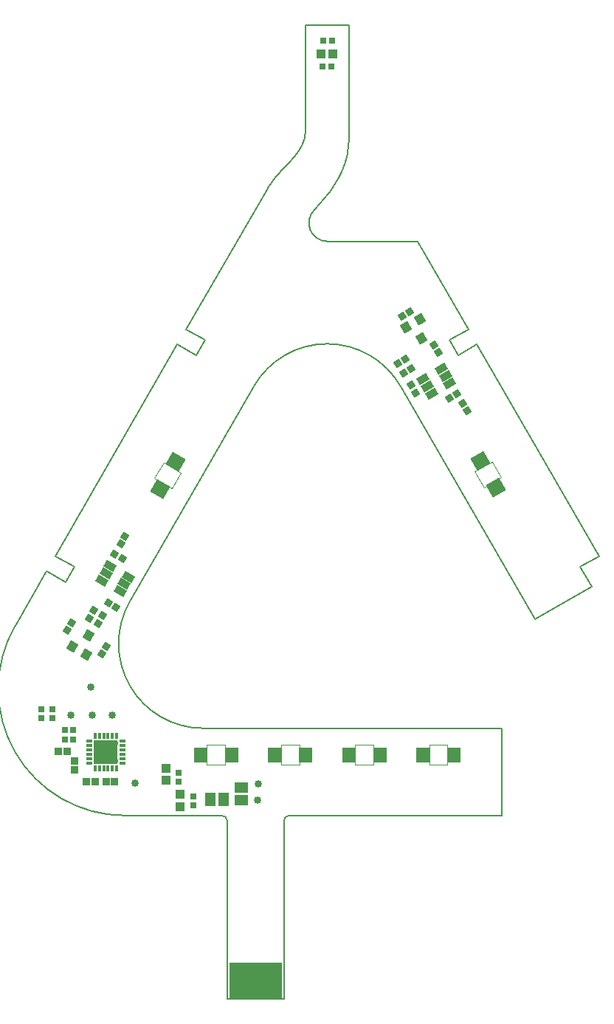
<source format=gbs>
G04*
G04 #@! TF.GenerationSoftware,Altium Limited,Altium Designer,19.0.12 (326)*
G04*
G04 Layer_Color=16711935*
%FSLAX44Y44*%
%MOMM*%
G71*
G01*
G75*
%ADD13C,0.1270*%
%ADD14C,0.0500*%
%ADD15C,0.0500*%
%ADD19R,0.5032X4.2032*%
%ADD22C,0.7112*%
%ADD68R,0.8032X0.8032*%
%ADD69C,0.8500*%
%ADD70R,0.8032X0.8032*%
%ADD71R,1.6032X1.3032*%
%ADD72R,1.3032X1.6032*%
G04:AMPARAMS|DCode=73|XSize=1.0032mm|YSize=1.1032mm|CornerRadius=0mm|HoleSize=0mm|Usage=FLASHONLY|Rotation=330.000|XOffset=0mm|YOffset=0mm|HoleType=Round|Shape=Rectangle|*
%AMROTATEDRECTD73*
4,1,4,-0.7102,-0.2269,-0.1586,0.7285,0.7102,0.2269,0.1586,-0.7285,-0.7102,-0.2269,0.0*
%
%ADD73ROTATEDRECTD73*%

%ADD74P,1.1359X4X195.0*%
G04:AMPARAMS|DCode=75|XSize=0.8532mm|YSize=1.3032mm|CornerRadius=0mm|HoleSize=0mm|Usage=FLASHONLY|Rotation=240.000|XOffset=0mm|YOffset=0mm|HoleType=Round|Shape=Rectangle|*
%AMROTATEDRECTD75*
4,1,4,-0.3510,0.6953,0.7776,0.0437,0.3510,-0.6953,-0.7776,-0.0437,-0.3510,0.6953,0.0*
%
%ADD75ROTATEDRECTD75*%

G04:AMPARAMS|DCode=76|XSize=1.0032mm|YSize=1.1032mm|CornerRadius=0mm|HoleSize=0mm|Usage=FLASHONLY|Rotation=210.000|XOffset=0mm|YOffset=0mm|HoleType=Round|Shape=Rectangle|*
%AMROTATEDRECTD76*
4,1,4,0.1586,0.7285,0.7102,-0.2269,-0.1586,-0.7285,-0.7102,0.2269,0.1586,0.7285,0.0*
%
%ADD76ROTATEDRECTD76*%

%ADD77P,1.1359X4X165.0*%
G04:AMPARAMS|DCode=78|XSize=0.8532mm|YSize=1.3032mm|CornerRadius=0mm|HoleSize=0mm|Usage=FLASHONLY|Rotation=120.000|XOffset=0mm|YOffset=0mm|HoleType=Round|Shape=Rectangle|*
%AMROTATEDRECTD78*
4,1,4,0.7776,-0.0437,-0.3510,-0.6953,-0.7776,0.0437,0.3510,0.6953,0.7776,-0.0437,0.0*
%
%ADD78ROTATEDRECTD78*%

%ADD79P,1.1359X4X105.0*%
%ADD80P,1.1359X4X75.0*%
%ADD81R,1.0032X1.1032*%
%ADD82R,0.8032X0.4532*%
%ADD83R,0.4532X0.8032*%
%ADD84R,2.8032X2.8032*%
G04:AMPARAMS|DCode=85|XSize=1.64mm|YSize=1.74mm|CornerRadius=0mm|HoleSize=0mm|Usage=FLASHONLY|Rotation=120.000|XOffset=0mm|YOffset=0mm|HoleType=Round|Shape=Rectangle|*
%AMROTATEDRECTD85*
4,1,4,1.1634,-0.2751,-0.3434,-1.1451,-1.1634,0.2751,0.3434,1.1451,1.1634,-0.2751,0.0*
%
%ADD85ROTATEDRECTD85*%

G04:AMPARAMS|DCode=86|XSize=1.64mm|YSize=1.74mm|CornerRadius=0mm|HoleSize=0mm|Usage=FLASHONLY|Rotation=60.000|XOffset=0mm|YOffset=0mm|HoleType=Round|Shape=Rectangle|*
%AMROTATEDRECTD86*
4,1,4,0.3434,-1.1451,-1.1634,-0.2751,-0.3434,1.1451,1.1634,0.2751,0.3434,-1.1451,0.0*
%
%ADD86ROTATEDRECTD86*%

%ADD87R,1.6400X1.7400*%
%ADD88R,0.9232X0.9232*%
%ADD89R,0.9232X0.9232*%
%ADD90R,1.1032X1.0032*%
D13*
X71033Y210000D02*
G03*
X65000Y203904I31J-6065D01*
G01*
X0Y203812D02*
G03*
X-5942Y210000I-6065J123D01*
G01*
X-111533Y455503D02*
G03*
X-27532Y310000I84003J-48502D01*
G01*
X198813Y702019D02*
G03*
X30804Y702023I-84006J-48498D01*
G01*
X100117Y903997D02*
G03*
X114813Y867997I14697J-15000D01*
G01*
X100117Y903997D02*
G03*
X118069Y924838I-112752J115276D01*
G01*
X86550Y979398D02*
G03*
X88952Y986455I-34722J15755D01*
G01*
X55905Y941923D02*
G03*
X46385Y928999I62227J-55807D01*
G01*
X127940Y940646D02*
G03*
X131966Y948976I-104630J55697D01*
G01*
X67301Y954122D02*
G03*
X72986Y960189I-226733J218176D01*
G01*
X137728Y966245D02*
G03*
X139816Y983996I-76944J18047D01*
G01*
X135260Y957526D02*
G03*
X137728Y966245I-88650J29809D01*
G01*
X118069Y924838D02*
G03*
X127940Y940646I-111894J80857D01*
G01*
X72986Y960189D02*
G03*
X78280Y966360I-96757J88364D01*
G01*
X131966Y948976D02*
G03*
X135260Y957526I-96690J42161D01*
G01*
X88952Y986455D02*
G03*
X89816Y993997I-32548J7551D01*
G01*
X78280Y966360D02*
G03*
X82897Y972731I-59537J48000D01*
G01*
D02*
G03*
X86550Y979398I-42719J27740D01*
G01*
X61512Y948065D02*
G03*
X55905Y941922I151760J-144153D01*
G01*
X-243169Y427506D02*
G03*
X-117601Y210003I125572J-72503D01*
G01*
X0Y0D02*
Y203812D01*
X65000Y0D02*
Y203904D01*
X0Y0D02*
X65000D01*
X353156Y434674D02*
X418158Y472087D01*
X198813Y702019D02*
X353156Y434674D01*
X405003Y494874D02*
X418158Y472087D01*
X405003Y494874D02*
X426654Y507374D01*
X286664Y749856D02*
X426654Y507374D01*
X218461Y867994D02*
X276665Y767177D01*
X255014Y754678D02*
X276665Y767177D01*
X265013Y737357D02*
X286664Y749856D01*
X255014Y754678D02*
X265013Y737357D01*
X114813Y867997D02*
X218461Y867994D01*
X139816Y983996D02*
X139816Y1003996D01*
X89816Y993997D02*
X89816Y1003997D01*
X61512Y948065D02*
X67301Y954122D01*
X-47044Y767185D02*
X46385Y928999D01*
X-47044Y767185D02*
X-25393Y754685D01*
X-35394Y737365D02*
X-25393Y754685D01*
X-57044Y749865D02*
X-35394Y737365D01*
X-197046Y507389D02*
X-57044Y749865D01*
X-111533Y455503D02*
X30804Y702023D01*
X-27532Y310000D02*
X314799Y309992D01*
X-243169Y427506D02*
X-207046Y490069D01*
X-185396Y477568D02*
X-175396Y494889D01*
X-197046Y507389D02*
X-175396Y494889D01*
X-207046Y490069D02*
X-185396Y477568D01*
X-117601Y210003D02*
X-5942Y210000D01*
X71033Y210000D02*
X314799D01*
Y309992D01*
X139816Y1003996D02*
Y1115996D01*
X89818D02*
X139816D01*
X89816Y1003997D02*
Y1115997D01*
D14*
X-23201Y290999D02*
X-2201D01*
Y267999D02*
Y290999D01*
X-23201Y267999D02*
X-2201D01*
X-23201D02*
Y290999D01*
X61796Y290997D02*
X82795D01*
Y267997D02*
Y290997D01*
X61796Y267997D02*
X82795D01*
X61796D02*
Y290997D01*
X146797Y291000D02*
X167797D01*
Y268001D02*
Y291000D01*
X146797Y268001D02*
X167797D01*
X146797D02*
Y291000D01*
X231799Y290993D02*
X252799D01*
Y267993D02*
Y290993D01*
X231799Y267993D02*
X252799D01*
X231799D02*
Y290993D01*
D15*
X-83224Y596373D02*
X-72785Y614503D01*
X-63292Y584897D02*
X-52853Y603027D01*
X-72785Y614503D02*
X-52853Y603027D01*
X-83224Y596373D02*
X-63292Y584897D01*
X304030Y615725D02*
X314469Y597595D01*
X284098Y604248D02*
X294537Y586119D01*
X284098Y604248D02*
X304030Y615725D01*
X294537Y586119D02*
X314469Y597595D01*
D19*
X60000Y20000D02*
D03*
X50000D02*
D03*
X45000D02*
D03*
X40000D02*
D03*
X25000D02*
D03*
X20000D02*
D03*
X15000D02*
D03*
X5000D02*
D03*
X55000D02*
D03*
X10000D02*
D03*
X35000D02*
D03*
X30000D02*
D03*
D22*
X-128726Y293004D02*
D03*
X-139126Y282604D02*
D03*
X-149526Y293004D02*
D03*
Y272204D02*
D03*
X-128726D02*
D03*
D68*
X-200884Y321390D02*
D03*
Y331390D02*
D03*
X-213046Y331390D02*
D03*
Y321390D02*
D03*
X-55880Y248802D02*
D03*
Y258802D02*
D03*
X-38608Y231611D02*
D03*
Y221611D02*
D03*
D69*
X-179324Y324866D02*
D03*
X-105410Y246888D02*
D03*
X35306Y227330D02*
D03*
X35814Y245872D02*
D03*
X-156383Y357124D02*
D03*
X-132104Y324612D02*
D03*
X-154666D02*
D03*
D70*
X110062Y1097534D02*
D03*
X120062D02*
D03*
X119809Y1068640D02*
D03*
X109809D02*
D03*
X-176502Y308353D02*
D03*
X-186502D02*
D03*
X-176502Y296923D02*
D03*
X-186502D02*
D03*
D71*
X16256Y227196D02*
D03*
Y242196D02*
D03*
D72*
X-4438Y228346D02*
D03*
X-19438D02*
D03*
D73*
X-161111Y394006D02*
D03*
X-177565Y403506D02*
D03*
X-159338Y416076D02*
D03*
D74*
X-153202Y444766D02*
D03*
X-158202Y436106D02*
D03*
X-143300Y438924D02*
D03*
X-148300Y430264D02*
D03*
X-143600Y395212D02*
D03*
X-138600Y403872D02*
D03*
X-117134Y529856D02*
D03*
X-122134Y521196D02*
D03*
X-178348Y430816D02*
D03*
X-183348Y422156D02*
D03*
D75*
X-143743Y479103D02*
D03*
X-138993Y487330D02*
D03*
X-134243Y495557D02*
D03*
X-113458Y483557D02*
D03*
X-118208Y475330D02*
D03*
X-122958Y467103D02*
D03*
D76*
X204705Y769212D02*
D03*
X221159Y778712D02*
D03*
X222932Y756642D02*
D03*
D77*
X204510Y733004D02*
D03*
X195850Y728004D02*
D03*
X254750Y688380D02*
D03*
X263410Y693380D02*
D03*
X202426Y717336D02*
D03*
X211086Y722336D02*
D03*
X209562Y787360D02*
D03*
X200902Y782360D02*
D03*
D78*
X224874Y709845D02*
D03*
X229624Y701617D02*
D03*
X234373Y693390D02*
D03*
X255158Y705390D02*
D03*
X250408Y713617D02*
D03*
X245658Y721845D02*
D03*
D79*
X-135942Y453370D02*
D03*
X-127282Y448370D02*
D03*
X-120384Y504484D02*
D03*
X-129044Y509484D02*
D03*
D80*
X211114Y703084D02*
D03*
X216114Y694424D02*
D03*
X242438Y740652D02*
D03*
X237438Y749312D02*
D03*
X275296Y673596D02*
D03*
X270296Y682256D02*
D03*
D81*
X107554Y1083056D02*
D03*
X121554D02*
D03*
D82*
X-158126Y270104D02*
D03*
Y275104D02*
D03*
Y280104D02*
D03*
Y285104D02*
D03*
Y290104D02*
D03*
Y295104D02*
D03*
X-120126D02*
D03*
Y290104D02*
D03*
Y285104D02*
D03*
Y280104D02*
D03*
Y275104D02*
D03*
Y270104D02*
D03*
D83*
X-151626Y301604D02*
D03*
X-146626D02*
D03*
X-141626D02*
D03*
X-136626D02*
D03*
X-131626D02*
D03*
X-126626D02*
D03*
Y263604D02*
D03*
X-131626D02*
D03*
X-136626D02*
D03*
X-141626D02*
D03*
X-146626D02*
D03*
X-151626D02*
D03*
D84*
X-139126Y282604D02*
D03*
D85*
X290408Y616294D02*
D03*
X308158Y585550D02*
D03*
D86*
X-76911Y584328D02*
D03*
X-59161Y615072D02*
D03*
D87*
X-30459Y279507D02*
D03*
X5041D02*
D03*
X90046Y279505D02*
D03*
X54546D02*
D03*
X139546Y279502D02*
D03*
X175046D02*
D03*
X260046Y279500D02*
D03*
X224546D02*
D03*
D88*
X-139032Y248666D02*
D03*
X-129032D02*
D03*
X-193400Y283777D02*
D03*
X-183400D02*
D03*
X-161638Y248666D02*
D03*
X-151638D02*
D03*
D89*
X-175400Y272477D02*
D03*
Y262477D02*
D03*
D90*
X-70104Y264302D02*
D03*
Y250302D02*
D03*
X-53594Y220330D02*
D03*
Y234330D02*
D03*
M02*

</source>
